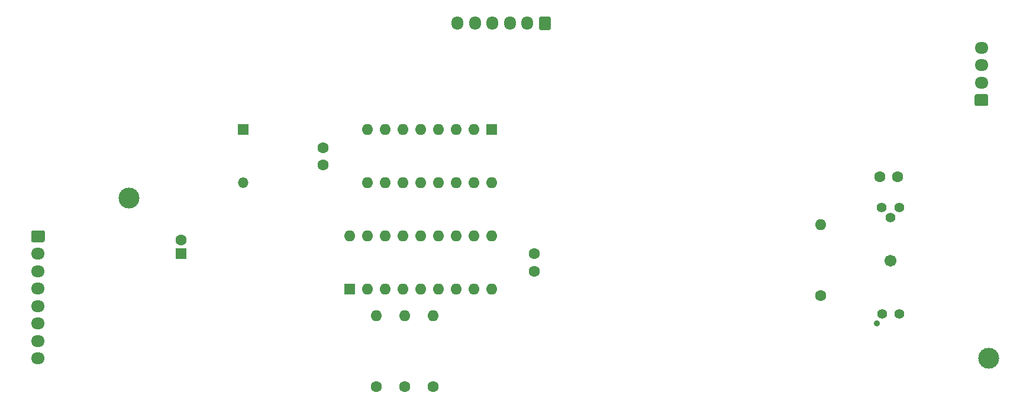
<source format=gbr>
%TF.GenerationSoftware,KiCad,Pcbnew,5.1.10-88a1d61d58~88~ubuntu20.04.1*%
%TF.CreationDate,2021-05-13T16:29:57+02:00*%
%TF.ProjectId,anna_elsa_reel_pcb,616e6e61-5f65-46c7-9361-5f7265656c5f,rev?*%
%TF.SameCoordinates,Original*%
%TF.FileFunction,Soldermask,Bot*%
%TF.FilePolarity,Negative*%
%FSLAX46Y46*%
G04 Gerber Fmt 4.6, Leading zero omitted, Abs format (unit mm)*
G04 Created by KiCad (PCBNEW 5.1.10-88a1d61d58~88~ubuntu20.04.1) date 2021-05-13 16:29:57*
%MOMM*%
%LPD*%
G01*
G04 APERTURE LIST*
%ADD10O,1.500000X1.500000*%
%ADD11R,1.500000X1.500000*%
%ADD12C,1.600000*%
%ADD13R,1.600000X1.600000*%
%ADD14O,1.600000X1.600000*%
%ADD15C,0.901700*%
%ADD16C,1.701800*%
%ADD17C,1.409700*%
%ADD18O,1.950000X1.700000*%
%ADD19O,1.700000X1.950000*%
%ADD20C,3.000000*%
G04 APERTURE END LIST*
D10*
%TO.C,D1*%
X86360000Y-69850000D03*
D11*
X86360000Y-62230000D03*
%TD*%
D12*
%TO.C,C3*%
X77470000Y-78010000D03*
D13*
X77470000Y-80010000D03*
%TD*%
D12*
%TO.C,C4*%
X97790000Y-67310000D03*
X97790000Y-64810000D03*
%TD*%
D14*
%TO.C,R4*%
X113510000Y-88900000D03*
D12*
X113510000Y-99060000D03*
%TD*%
D14*
%TO.C,R3*%
X109460000Y-88900000D03*
D12*
X109460000Y-99060000D03*
%TD*%
D14*
%TO.C,R2*%
X105410000Y-88900000D03*
D12*
X105410000Y-99060000D03*
%TD*%
D14*
%TO.C,U1*%
X121920000Y-69850000D03*
X104140000Y-62230000D03*
X119380000Y-69850000D03*
X106680000Y-62230000D03*
X116840000Y-69850000D03*
X109220000Y-62230000D03*
X114300000Y-69850000D03*
X111760000Y-62230000D03*
X111760000Y-69850000D03*
X114300000Y-62230000D03*
X109220000Y-69850000D03*
X116840000Y-62230000D03*
X106680000Y-69850000D03*
X119380000Y-62230000D03*
X104140000Y-69850000D03*
D13*
X121920000Y-62230000D03*
%TD*%
D12*
%TO.C,C2*%
X177500000Y-69000000D03*
X180000000Y-69000000D03*
%TD*%
D14*
%TO.C,R1*%
X169000000Y-75840000D03*
D12*
X169000000Y-86000000D03*
%TD*%
%TO.C,C1*%
X128000000Y-82510000D03*
X128000000Y-80010000D03*
%TD*%
D15*
%TO.C,U3*%
X177001020Y-89948420D03*
D16*
X179000000Y-81000000D03*
D17*
X177730000Y-73380000D03*
X179000000Y-74850660D03*
X180297940Y-73400320D03*
X180270000Y-88620000D03*
X177760480Y-88599680D03*
%TD*%
D14*
%TO.C,U2*%
X101600000Y-77470000D03*
X121920000Y-85090000D03*
X104140000Y-77470000D03*
X119380000Y-85090000D03*
X106680000Y-77470000D03*
X116840000Y-85090000D03*
X109220000Y-77470000D03*
X114300000Y-85090000D03*
X111760000Y-77470000D03*
X111760000Y-85090000D03*
X114300000Y-77470000D03*
X109220000Y-85090000D03*
X116840000Y-77470000D03*
X106680000Y-85090000D03*
X119380000Y-77470000D03*
X104140000Y-85090000D03*
X121920000Y-77470000D03*
D13*
X101600000Y-85090000D03*
%TD*%
D18*
%TO.C,J3*%
X57000000Y-95000000D03*
X57000000Y-92500000D03*
X57000000Y-90000000D03*
X57000000Y-87500000D03*
X57000000Y-85000000D03*
X57000000Y-82500000D03*
X57000000Y-80000000D03*
G36*
G01*
X56275000Y-76650000D02*
X57725000Y-76650000D01*
G75*
G02*
X57975000Y-76900000I0J-250000D01*
G01*
X57975000Y-78100000D01*
G75*
G02*
X57725000Y-78350000I-250000J0D01*
G01*
X56275000Y-78350000D01*
G75*
G02*
X56025000Y-78100000I0J250000D01*
G01*
X56025000Y-76900000D01*
G75*
G02*
X56275000Y-76650000I250000J0D01*
G01*
G37*
%TD*%
D19*
%TO.C,J2*%
X117040000Y-47000000D03*
X119540000Y-47000000D03*
X122040000Y-47000000D03*
X124540000Y-47000000D03*
X127040000Y-47000000D03*
G36*
G01*
X130390000Y-46275000D02*
X130390000Y-47725000D01*
G75*
G02*
X130140000Y-47975000I-250000J0D01*
G01*
X128940000Y-47975000D01*
G75*
G02*
X128690000Y-47725000I0J250000D01*
G01*
X128690000Y-46275000D01*
G75*
G02*
X128940000Y-46025000I250000J0D01*
G01*
X130140000Y-46025000D01*
G75*
G02*
X130390000Y-46275000I0J-250000D01*
G01*
G37*
%TD*%
D18*
%TO.C,J1*%
X192000000Y-50500000D03*
X192000000Y-53000000D03*
X192000000Y-55500000D03*
G36*
G01*
X192725000Y-58850000D02*
X191275000Y-58850000D01*
G75*
G02*
X191025000Y-58600000I0J250000D01*
G01*
X191025000Y-57400000D01*
G75*
G02*
X191275000Y-57150000I250000J0D01*
G01*
X192725000Y-57150000D01*
G75*
G02*
X192975000Y-57400000I0J-250000D01*
G01*
X192975000Y-58600000D01*
G75*
G02*
X192725000Y-58850000I-250000J0D01*
G01*
G37*
%TD*%
D20*
%TO.C,H2*%
X193000000Y-95000000D03*
%TD*%
%TO.C,H1*%
X70000000Y-72000000D03*
%TD*%
M02*

</source>
